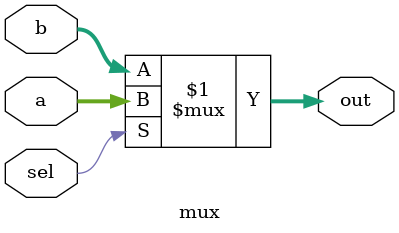
<source format=v>
`timescale 1ns / 1ps

module mux(
    input [1:0] a, b, 
    input sel,
    output [1:0] out
    );
    
    assign out = sel ? a : b;
endmodule

</source>
